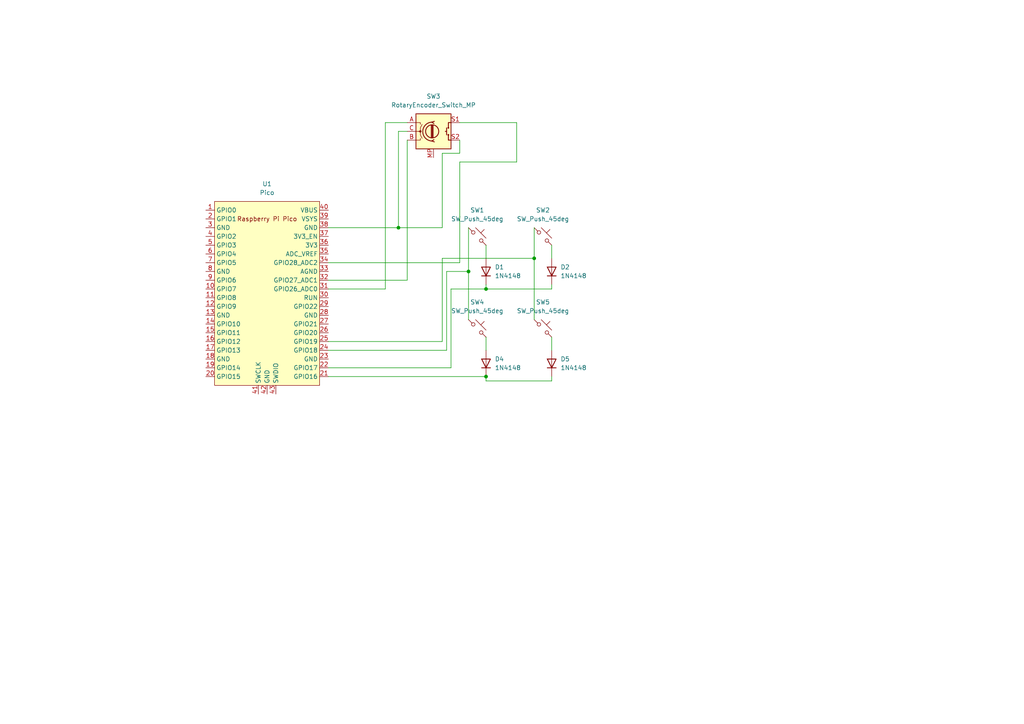
<source format=kicad_sch>
(kicad_sch
	(version 20250114)
	(generator "eeschema")
	(generator_version "9.0")
	(uuid "78ad65a9-c2a2-40f4-92bb-70948787d4cf")
	(paper "A4")
	(lib_symbols
		(symbol "Device:RotaryEncoder_Switch_MP"
			(pin_names
				(offset 0.254)
				(hide yes)
			)
			(exclude_from_sim no)
			(in_bom yes)
			(on_board yes)
			(property "Reference" "SW"
				(at 0 8.89 0)
				(effects
					(font
						(size 1.27 1.27)
					)
				)
			)
			(property "Value" "RotaryEncoder_Switch_MP"
				(at 0 6.35 0)
				(effects
					(font
						(size 1.27 1.27)
					)
				)
			)
			(property "Footprint" ""
				(at -3.81 4.064 0)
				(effects
					(font
						(size 1.27 1.27)
					)
					(hide yes)
				)
			)
			(property "Datasheet" "~"
				(at 0 -12.7 0)
				(effects
					(font
						(size 1.27 1.27)
					)
					(hide yes)
				)
			)
			(property "Description" "Rotary encoder, dual channel, incremental quadrate outputs, with switch and MP Pin"
				(at 0 -15.24 0)
				(effects
					(font
						(size 1.27 1.27)
					)
					(hide yes)
				)
			)
			(property "ki_keywords" "rotary switch encoder switch push button"
				(at 0 0 0)
				(effects
					(font
						(size 1.27 1.27)
					)
					(hide yes)
				)
			)
			(property "ki_fp_filters" "RotaryEncoder*Switch*"
				(at 0 0 0)
				(effects
					(font
						(size 1.27 1.27)
					)
					(hide yes)
				)
			)
			(symbol "RotaryEncoder_Switch_MP_0_1"
				(rectangle
					(start -5.08 5.08)
					(end 5.08 -5.08)
					(stroke
						(width 0.254)
						(type default)
					)
					(fill
						(type background)
					)
				)
				(polyline
					(pts
						(xy -5.08 2.54) (xy -3.81 2.54) (xy -3.81 2.032)
					)
					(stroke
						(width 0)
						(type default)
					)
					(fill
						(type none)
					)
				)
				(polyline
					(pts
						(xy -5.08 0) (xy -3.81 0) (xy -3.81 -1.016) (xy -3.302 -2.032)
					)
					(stroke
						(width 0)
						(type default)
					)
					(fill
						(type none)
					)
				)
				(polyline
					(pts
						(xy -5.08 -2.54) (xy -3.81 -2.54) (xy -3.81 -2.032)
					)
					(stroke
						(width 0)
						(type default)
					)
					(fill
						(type none)
					)
				)
				(polyline
					(pts
						(xy -4.318 0) (xy -3.81 0) (xy -3.81 1.016) (xy -3.302 2.032)
					)
					(stroke
						(width 0)
						(type default)
					)
					(fill
						(type none)
					)
				)
				(circle
					(center -3.81 0)
					(radius 0.254)
					(stroke
						(width 0)
						(type default)
					)
					(fill
						(type outline)
					)
				)
				(polyline
					(pts
						(xy -0.635 -1.778) (xy -0.635 1.778)
					)
					(stroke
						(width 0.254)
						(type default)
					)
					(fill
						(type none)
					)
				)
				(circle
					(center -0.381 0)
					(radius 1.905)
					(stroke
						(width 0.254)
						(type default)
					)
					(fill
						(type none)
					)
				)
				(polyline
					(pts
						(xy -0.381 -1.778) (xy -0.381 1.778)
					)
					(stroke
						(width 0.254)
						(type default)
					)
					(fill
						(type none)
					)
				)
				(arc
					(start -0.381 -2.794)
					(mid -3.0988 -0.0635)
					(end -0.381 2.667)
					(stroke
						(width 0.254)
						(type default)
					)
					(fill
						(type none)
					)
				)
				(polyline
					(pts
						(xy -0.127 1.778) (xy -0.127 -1.778)
					)
					(stroke
						(width 0.254)
						(type default)
					)
					(fill
						(type none)
					)
				)
				(polyline
					(pts
						(xy 0.254 2.921) (xy -0.508 2.667) (xy 0.127 2.286)
					)
					(stroke
						(width 0.254)
						(type default)
					)
					(fill
						(type none)
					)
				)
				(polyline
					(pts
						(xy 0.254 -3.048) (xy -0.508 -2.794) (xy 0.127 -2.413)
					)
					(stroke
						(width 0.254)
						(type default)
					)
					(fill
						(type none)
					)
				)
				(polyline
					(pts
						(xy 3.81 1.016) (xy 3.81 -1.016)
					)
					(stroke
						(width 0.254)
						(type default)
					)
					(fill
						(type none)
					)
				)
				(polyline
					(pts
						(xy 3.81 0) (xy 3.429 0)
					)
					(stroke
						(width 0.254)
						(type default)
					)
					(fill
						(type none)
					)
				)
				(circle
					(center 4.318 1.016)
					(radius 0.127)
					(stroke
						(width 0.254)
						(type default)
					)
					(fill
						(type none)
					)
				)
				(circle
					(center 4.318 -1.016)
					(radius 0.127)
					(stroke
						(width 0.254)
						(type default)
					)
					(fill
						(type none)
					)
				)
				(polyline
					(pts
						(xy 5.08 2.54) (xy 4.318 2.54) (xy 4.318 1.016)
					)
					(stroke
						(width 0.254)
						(type default)
					)
					(fill
						(type none)
					)
				)
				(polyline
					(pts
						(xy 5.08 -2.54) (xy 4.318 -2.54) (xy 4.318 -1.016)
					)
					(stroke
						(width 0.254)
						(type default)
					)
					(fill
						(type none)
					)
				)
			)
			(symbol "RotaryEncoder_Switch_MP_1_1"
				(pin passive line
					(at -7.62 2.54 0)
					(length 2.54)
					(name "A"
						(effects
							(font
								(size 1.27 1.27)
							)
						)
					)
					(number "A"
						(effects
							(font
								(size 1.27 1.27)
							)
						)
					)
				)
				(pin passive line
					(at -7.62 0 0)
					(length 2.54)
					(name "C"
						(effects
							(font
								(size 1.27 1.27)
							)
						)
					)
					(number "C"
						(effects
							(font
								(size 1.27 1.27)
							)
						)
					)
				)
				(pin passive line
					(at -7.62 -2.54 0)
					(length 2.54)
					(name "B"
						(effects
							(font
								(size 1.27 1.27)
							)
						)
					)
					(number "B"
						(effects
							(font
								(size 1.27 1.27)
							)
						)
					)
				)
				(pin passive line
					(at 0 -7.62 90)
					(length 2.54)
					(name "MP"
						(effects
							(font
								(size 1.27 1.27)
							)
						)
					)
					(number "MP"
						(effects
							(font
								(size 1.27 1.27)
							)
						)
					)
				)
				(pin passive line
					(at 7.62 2.54 180)
					(length 2.54)
					(name "S1"
						(effects
							(font
								(size 1.27 1.27)
							)
						)
					)
					(number "S1"
						(effects
							(font
								(size 1.27 1.27)
							)
						)
					)
				)
				(pin passive line
					(at 7.62 -2.54 180)
					(length 2.54)
					(name "S2"
						(effects
							(font
								(size 1.27 1.27)
							)
						)
					)
					(number "S2"
						(effects
							(font
								(size 1.27 1.27)
							)
						)
					)
				)
			)
			(embedded_fonts no)
		)
		(symbol "Diode:1N4148"
			(pin_numbers
				(hide yes)
			)
			(pin_names
				(hide yes)
			)
			(exclude_from_sim no)
			(in_bom yes)
			(on_board yes)
			(property "Reference" "D"
				(at 0 2.54 0)
				(effects
					(font
						(size 1.27 1.27)
					)
				)
			)
			(property "Value" "1N4148"
				(at 0 -2.54 0)
				(effects
					(font
						(size 1.27 1.27)
					)
				)
			)
			(property "Footprint" "Diode_THT:D_DO-35_SOD27_P7.62mm_Horizontal"
				(at 0 0 0)
				(effects
					(font
						(size 1.27 1.27)
					)
					(hide yes)
				)
			)
			(property "Datasheet" "https://assets.nexperia.com/documents/data-sheet/1N4148_1N4448.pdf"
				(at 0 0 0)
				(effects
					(font
						(size 1.27 1.27)
					)
					(hide yes)
				)
			)
			(property "Description" "100V 0.15A standard switching diode, DO-35"
				(at 0 0 0)
				(effects
					(font
						(size 1.27 1.27)
					)
					(hide yes)
				)
			)
			(property "Sim.Device" "D"
				(at 0 0 0)
				(effects
					(font
						(size 1.27 1.27)
					)
					(hide yes)
				)
			)
			(property "Sim.Pins" "1=K 2=A"
				(at 0 0 0)
				(effects
					(font
						(size 1.27 1.27)
					)
					(hide yes)
				)
			)
			(property "ki_keywords" "diode"
				(at 0 0 0)
				(effects
					(font
						(size 1.27 1.27)
					)
					(hide yes)
				)
			)
			(property "ki_fp_filters" "D*DO?35*"
				(at 0 0 0)
				(effects
					(font
						(size 1.27 1.27)
					)
					(hide yes)
				)
			)
			(symbol "1N4148_0_1"
				(polyline
					(pts
						(xy -1.27 1.27) (xy -1.27 -1.27)
					)
					(stroke
						(width 0.254)
						(type default)
					)
					(fill
						(type none)
					)
				)
				(polyline
					(pts
						(xy 1.27 1.27) (xy 1.27 -1.27) (xy -1.27 0) (xy 1.27 1.27)
					)
					(stroke
						(width 0.254)
						(type default)
					)
					(fill
						(type none)
					)
				)
				(polyline
					(pts
						(xy 1.27 0) (xy -1.27 0)
					)
					(stroke
						(width 0)
						(type default)
					)
					(fill
						(type none)
					)
				)
			)
			(symbol "1N4148_1_1"
				(pin passive line
					(at -3.81 0 0)
					(length 2.54)
					(name "K"
						(effects
							(font
								(size 1.27 1.27)
							)
						)
					)
					(number "1"
						(effects
							(font
								(size 1.27 1.27)
							)
						)
					)
				)
				(pin passive line
					(at 3.81 0 180)
					(length 2.54)
					(name "A"
						(effects
							(font
								(size 1.27 1.27)
							)
						)
					)
					(number "2"
						(effects
							(font
								(size 1.27 1.27)
							)
						)
					)
				)
			)
			(embedded_fonts no)
		)
		(symbol "MCU_RaspberryPi_and_Boards:Pico"
			(exclude_from_sim no)
			(in_bom yes)
			(on_board yes)
			(property "Reference" "U"
				(at -13.97 27.94 0)
				(effects
					(font
						(size 1.27 1.27)
					)
				)
			)
			(property "Value" "Pico"
				(at 0 19.05 0)
				(effects
					(font
						(size 1.27 1.27)
					)
				)
			)
			(property "Footprint" "RPi_Pico:RPi_Pico_SMD_TH"
				(at 0 0 90)
				(effects
					(font
						(size 1.27 1.27)
					)
					(hide yes)
				)
			)
			(property "Datasheet" ""
				(at 0 0 0)
				(effects
					(font
						(size 1.27 1.27)
					)
					(hide yes)
				)
			)
			(property "Description" ""
				(at 0 0 0)
				(effects
					(font
						(size 1.27 1.27)
					)
					(hide yes)
				)
			)
			(symbol "Pico_0_0"
				(text "Raspberry Pi Pico"
					(at 0 21.59 0)
					(effects
						(font
							(size 1.27 1.27)
						)
					)
				)
			)
			(symbol "Pico_0_1"
				(rectangle
					(start -15.24 26.67)
					(end 15.24 -26.67)
					(stroke
						(width 0)
						(type default)
					)
					(fill
						(type background)
					)
				)
			)
			(symbol "Pico_1_1"
				(pin bidirectional line
					(at -17.78 24.13 0)
					(length 2.54)
					(name "GPIO0"
						(effects
							(font
								(size 1.27 1.27)
							)
						)
					)
					(number "1"
						(effects
							(font
								(size 1.27 1.27)
							)
						)
					)
				)
				(pin bidirectional line
					(at -17.78 21.59 0)
					(length 2.54)
					(name "GPIO1"
						(effects
							(font
								(size 1.27 1.27)
							)
						)
					)
					(number "2"
						(effects
							(font
								(size 1.27 1.27)
							)
						)
					)
				)
				(pin power_in line
					(at -17.78 19.05 0)
					(length 2.54)
					(name "GND"
						(effects
							(font
								(size 1.27 1.27)
							)
						)
					)
					(number "3"
						(effects
							(font
								(size 1.27 1.27)
							)
						)
					)
				)
				(pin bidirectional line
					(at -17.78 16.51 0)
					(length 2.54)
					(name "GPIO2"
						(effects
							(font
								(size 1.27 1.27)
							)
						)
					)
					(number "4"
						(effects
							(font
								(size 1.27 1.27)
							)
						)
					)
				)
				(pin bidirectional line
					(at -17.78 13.97 0)
					(length 2.54)
					(name "GPIO3"
						(effects
							(font
								(size 1.27 1.27)
							)
						)
					)
					(number "5"
						(effects
							(font
								(size 1.27 1.27)
							)
						)
					)
				)
				(pin bidirectional line
					(at -17.78 11.43 0)
					(length 2.54)
					(name "GPIO4"
						(effects
							(font
								(size 1.27 1.27)
							)
						)
					)
					(number "6"
						(effects
							(font
								(size 1.27 1.27)
							)
						)
					)
				)
				(pin bidirectional line
					(at -17.78 8.89 0)
					(length 2.54)
					(name "GPIO5"
						(effects
							(font
								(size 1.27 1.27)
							)
						)
					)
					(number "7"
						(effects
							(font
								(size 1.27 1.27)
							)
						)
					)
				)
				(pin power_in line
					(at -17.78 6.35 0)
					(length 2.54)
					(name "GND"
						(effects
							(font
								(size 1.27 1.27)
							)
						)
					)
					(number "8"
						(effects
							(font
								(size 1.27 1.27)
							)
						)
					)
				)
				(pin bidirectional line
					(at -17.78 3.81 0)
					(length 2.54)
					(name "GPIO6"
						(effects
							(font
								(size 1.27 1.27)
							)
						)
					)
					(number "9"
						(effects
							(font
								(size 1.27 1.27)
							)
						)
					)
				)
				(pin bidirectional line
					(at -17.78 1.27 0)
					(length 2.54)
					(name "GPIO7"
						(effects
							(font
								(size 1.27 1.27)
							)
						)
					)
					(number "10"
						(effects
							(font
								(size 1.27 1.27)
							)
						)
					)
				)
				(pin bidirectional line
					(at -17.78 -1.27 0)
					(length 2.54)
					(name "GPIO8"
						(effects
							(font
								(size 1.27 1.27)
							)
						)
					)
					(number "11"
						(effects
							(font
								(size 1.27 1.27)
							)
						)
					)
				)
				(pin bidirectional line
					(at -17.78 -3.81 0)
					(length 2.54)
					(name "GPIO9"
						(effects
							(font
								(size 1.27 1.27)
							)
						)
					)
					(number "12"
						(effects
							(font
								(size 1.27 1.27)
							)
						)
					)
				)
				(pin power_in line
					(at -17.78 -6.35 0)
					(length 2.54)
					(name "GND"
						(effects
							(font
								(size 1.27 1.27)
							)
						)
					)
					(number "13"
						(effects
							(font
								(size 1.27 1.27)
							)
						)
					)
				)
				(pin bidirectional line
					(at -17.78 -8.89 0)
					(length 2.54)
					(name "GPIO10"
						(effects
							(font
								(size 1.27 1.27)
							)
						)
					)
					(number "14"
						(effects
							(font
								(size 1.27 1.27)
							)
						)
					)
				)
				(pin bidirectional line
					(at -17.78 -11.43 0)
					(length 2.54)
					(name "GPIO11"
						(effects
							(font
								(size 1.27 1.27)
							)
						)
					)
					(number "15"
						(effects
							(font
								(size 1.27 1.27)
							)
						)
					)
				)
				(pin bidirectional line
					(at -17.78 -13.97 0)
					(length 2.54)
					(name "GPIO12"
						(effects
							(font
								(size 1.27 1.27)
							)
						)
					)
					(number "16"
						(effects
							(font
								(size 1.27 1.27)
							)
						)
					)
				)
				(pin bidirectional line
					(at -17.78 -16.51 0)
					(length 2.54)
					(name "GPIO13"
						(effects
							(font
								(size 1.27 1.27)
							)
						)
					)
					(number "17"
						(effects
							(font
								(size 1.27 1.27)
							)
						)
					)
				)
				(pin power_in line
					(at -17.78 -19.05 0)
					(length 2.54)
					(name "GND"
						(effects
							(font
								(size 1.27 1.27)
							)
						)
					)
					(number "18"
						(effects
							(font
								(size 1.27 1.27)
							)
						)
					)
				)
				(pin bidirectional line
					(at -17.78 -21.59 0)
					(length 2.54)
					(name "GPIO14"
						(effects
							(font
								(size 1.27 1.27)
							)
						)
					)
					(number "19"
						(effects
							(font
								(size 1.27 1.27)
							)
						)
					)
				)
				(pin bidirectional line
					(at -17.78 -24.13 0)
					(length 2.54)
					(name "GPIO15"
						(effects
							(font
								(size 1.27 1.27)
							)
						)
					)
					(number "20"
						(effects
							(font
								(size 1.27 1.27)
							)
						)
					)
				)
				(pin input line
					(at -2.54 -29.21 90)
					(length 2.54)
					(name "SWCLK"
						(effects
							(font
								(size 1.27 1.27)
							)
						)
					)
					(number "41"
						(effects
							(font
								(size 1.27 1.27)
							)
						)
					)
				)
				(pin power_in line
					(at 0 -29.21 90)
					(length 2.54)
					(name "GND"
						(effects
							(font
								(size 1.27 1.27)
							)
						)
					)
					(number "42"
						(effects
							(font
								(size 1.27 1.27)
							)
						)
					)
				)
				(pin bidirectional line
					(at 2.54 -29.21 90)
					(length 2.54)
					(name "SWDIO"
						(effects
							(font
								(size 1.27 1.27)
							)
						)
					)
					(number "43"
						(effects
							(font
								(size 1.27 1.27)
							)
						)
					)
				)
				(pin power_in line
					(at 17.78 24.13 180)
					(length 2.54)
					(name "VBUS"
						(effects
							(font
								(size 1.27 1.27)
							)
						)
					)
					(number "40"
						(effects
							(font
								(size 1.27 1.27)
							)
						)
					)
				)
				(pin power_in line
					(at 17.78 21.59 180)
					(length 2.54)
					(name "VSYS"
						(effects
							(font
								(size 1.27 1.27)
							)
						)
					)
					(number "39"
						(effects
							(font
								(size 1.27 1.27)
							)
						)
					)
				)
				(pin bidirectional line
					(at 17.78 19.05 180)
					(length 2.54)
					(name "GND"
						(effects
							(font
								(size 1.27 1.27)
							)
						)
					)
					(number "38"
						(effects
							(font
								(size 1.27 1.27)
							)
						)
					)
				)
				(pin input line
					(at 17.78 16.51 180)
					(length 2.54)
					(name "3V3_EN"
						(effects
							(font
								(size 1.27 1.27)
							)
						)
					)
					(number "37"
						(effects
							(font
								(size 1.27 1.27)
							)
						)
					)
				)
				(pin power_in line
					(at 17.78 13.97 180)
					(length 2.54)
					(name "3V3"
						(effects
							(font
								(size 1.27 1.27)
							)
						)
					)
					(number "36"
						(effects
							(font
								(size 1.27 1.27)
							)
						)
					)
				)
				(pin power_in line
					(at 17.78 11.43 180)
					(length 2.54)
					(name "ADC_VREF"
						(effects
							(font
								(size 1.27 1.27)
							)
						)
					)
					(number "35"
						(effects
							(font
								(size 1.27 1.27)
							)
						)
					)
				)
				(pin bidirectional line
					(at 17.78 8.89 180)
					(length 2.54)
					(name "GPIO28_ADC2"
						(effects
							(font
								(size 1.27 1.27)
							)
						)
					)
					(number "34"
						(effects
							(font
								(size 1.27 1.27)
							)
						)
					)
				)
				(pin power_in line
					(at 17.78 6.35 180)
					(length 2.54)
					(name "AGND"
						(effects
							(font
								(size 1.27 1.27)
							)
						)
					)
					(number "33"
						(effects
							(font
								(size 1.27 1.27)
							)
						)
					)
				)
				(pin bidirectional line
					(at 17.78 3.81 180)
					(length 2.54)
					(name "GPIO27_ADC1"
						(effects
							(font
								(size 1.27 1.27)
							)
						)
					)
					(number "32"
						(effects
							(font
								(size 1.27 1.27)
							)
						)
					)
				)
				(pin bidirectional line
					(at 17.78 1.27 180)
					(length 2.54)
					(name "GPIO26_ADC0"
						(effects
							(font
								(size 1.27 1.27)
							)
						)
					)
					(number "31"
						(effects
							(font
								(size 1.27 1.27)
							)
						)
					)
				)
				(pin input line
					(at 17.78 -1.27 180)
					(length 2.54)
					(name "RUN"
						(effects
							(font
								(size 1.27 1.27)
							)
						)
					)
					(number "30"
						(effects
							(font
								(size 1.27 1.27)
							)
						)
					)
				)
				(pin bidirectional line
					(at 17.78 -3.81 180)
					(length 2.54)
					(name "GPIO22"
						(effects
							(font
								(size 1.27 1.27)
							)
						)
					)
					(number "29"
						(effects
							(font
								(size 1.27 1.27)
							)
						)
					)
				)
				(pin power_in line
					(at 17.78 -6.35 180)
					(length 2.54)
					(name "GND"
						(effects
							(font
								(size 1.27 1.27)
							)
						)
					)
					(number "28"
						(effects
							(font
								(size 1.27 1.27)
							)
						)
					)
				)
				(pin bidirectional line
					(at 17.78 -8.89 180)
					(length 2.54)
					(name "GPIO21"
						(effects
							(font
								(size 1.27 1.27)
							)
						)
					)
					(number "27"
						(effects
							(font
								(size 1.27 1.27)
							)
						)
					)
				)
				(pin bidirectional line
					(at 17.78 -11.43 180)
					(length 2.54)
					(name "GPIO20"
						(effects
							(font
								(size 1.27 1.27)
							)
						)
					)
					(number "26"
						(effects
							(font
								(size 1.27 1.27)
							)
						)
					)
				)
				(pin bidirectional line
					(at 17.78 -13.97 180)
					(length 2.54)
					(name "GPIO19"
						(effects
							(font
								(size 1.27 1.27)
							)
						)
					)
					(number "25"
						(effects
							(font
								(size 1.27 1.27)
							)
						)
					)
				)
				(pin bidirectional line
					(at 17.78 -16.51 180)
					(length 2.54)
					(name "GPIO18"
						(effects
							(font
								(size 1.27 1.27)
							)
						)
					)
					(number "24"
						(effects
							(font
								(size 1.27 1.27)
							)
						)
					)
				)
				(pin power_in line
					(at 17.78 -19.05 180)
					(length 2.54)
					(name "GND"
						(effects
							(font
								(size 1.27 1.27)
							)
						)
					)
					(number "23"
						(effects
							(font
								(size 1.27 1.27)
							)
						)
					)
				)
				(pin bidirectional line
					(at 17.78 -21.59 180)
					(length 2.54)
					(name "GPIO17"
						(effects
							(font
								(size 1.27 1.27)
							)
						)
					)
					(number "22"
						(effects
							(font
								(size 1.27 1.27)
							)
						)
					)
				)
				(pin bidirectional line
					(at 17.78 -24.13 180)
					(length 2.54)
					(name "GPIO16"
						(effects
							(font
								(size 1.27 1.27)
							)
						)
					)
					(number "21"
						(effects
							(font
								(size 1.27 1.27)
							)
						)
					)
				)
			)
			(embedded_fonts no)
		)
		(symbol "Switch:SW_Push_45deg"
			(pin_numbers
				(hide yes)
			)
			(pin_names
				(offset 1.016)
				(hide yes)
			)
			(exclude_from_sim no)
			(in_bom yes)
			(on_board yes)
			(property "Reference" "SW"
				(at 3.048 1.016 0)
				(effects
					(font
						(size 1.27 1.27)
					)
					(justify left)
				)
			)
			(property "Value" "SW_Push_45deg"
				(at 0 -3.81 0)
				(effects
					(font
						(size 1.27 1.27)
					)
				)
			)
			(property "Footprint" ""
				(at 0 0 0)
				(effects
					(font
						(size 1.27 1.27)
					)
					(hide yes)
				)
			)
			(property "Datasheet" "~"
				(at 0 0 0)
				(effects
					(font
						(size 1.27 1.27)
					)
					(hide yes)
				)
			)
			(property "Description" "Push button switch, normally open, two pins, 45° tilted"
				(at 0 0 0)
				(effects
					(font
						(size 1.27 1.27)
					)
					(hide yes)
				)
			)
			(property "ki_keywords" "switch normally-open pushbutton push-button"
				(at 0 0 0)
				(effects
					(font
						(size 1.27 1.27)
					)
					(hide yes)
				)
			)
			(symbol "SW_Push_45deg_0_1"
				(polyline
					(pts
						(xy -2.54 2.54) (xy -1.524 1.524) (xy -1.524 1.524)
					)
					(stroke
						(width 0)
						(type default)
					)
					(fill
						(type none)
					)
				)
				(circle
					(center -1.1684 1.1684)
					(radius 0.508)
					(stroke
						(width 0)
						(type default)
					)
					(fill
						(type none)
					)
				)
				(polyline
					(pts
						(xy -0.508 2.54) (xy 2.54 -0.508)
					)
					(stroke
						(width 0)
						(type default)
					)
					(fill
						(type none)
					)
				)
				(polyline
					(pts
						(xy 1.016 1.016) (xy 2.032 2.032)
					)
					(stroke
						(width 0)
						(type default)
					)
					(fill
						(type none)
					)
				)
				(circle
					(center 1.143 -1.1938)
					(radius 0.508)
					(stroke
						(width 0)
						(type default)
					)
					(fill
						(type none)
					)
				)
				(polyline
					(pts
						(xy 1.524 -1.524) (xy 2.54 -2.54) (xy 2.54 -2.54) (xy 2.54 -2.54)
					)
					(stroke
						(width 0)
						(type default)
					)
					(fill
						(type none)
					)
				)
				(pin passive line
					(at -2.54 2.54 0)
					(length 0)
					(name "1"
						(effects
							(font
								(size 1.27 1.27)
							)
						)
					)
					(number "1"
						(effects
							(font
								(size 1.27 1.27)
							)
						)
					)
				)
				(pin passive line
					(at 2.54 -2.54 180)
					(length 0)
					(name "2"
						(effects
							(font
								(size 1.27 1.27)
							)
						)
					)
					(number "2"
						(effects
							(font
								(size 1.27 1.27)
							)
						)
					)
				)
			)
			(embedded_fonts no)
		)
	)
	(junction
		(at 154.94 74.93)
		(diameter 0)
		(color 0 0 0 0)
		(uuid "3b3a9e6e-e50e-4d9e-b5d4-2898d0e77707")
	)
	(junction
		(at 140.97 83.82)
		(diameter 0)
		(color 0 0 0 0)
		(uuid "70c998e7-4a07-4655-bc08-1ffb29378ba8")
	)
	(junction
		(at 140.97 109.22)
		(diameter 0)
		(color 0 0 0 0)
		(uuid "97e7e5df-3d8e-4cc0-843f-fce37b8579e5")
	)
	(junction
		(at 135.89 78.74)
		(diameter 0)
		(color 0 0 0 0)
		(uuid "b7ca3e89-2e36-478d-9824-8ebbb7906afa")
	)
	(junction
		(at 115.57 66.04)
		(diameter 0)
		(color 0 0 0 0)
		(uuid "fa4dfdde-8dbd-4736-890e-2a3b9297fdfd")
	)
	(wire
		(pts
			(xy 160.02 97.79) (xy 160.02 101.6)
		)
		(stroke
			(width 0)
			(type default)
		)
		(uuid "0e5f11d0-11d6-4ba1-bbd2-b68f14d12b02")
	)
	(wire
		(pts
			(xy 149.86 35.56) (xy 133.35 35.56)
		)
		(stroke
			(width 0)
			(type default)
		)
		(uuid "11d1e780-f4d7-4ecd-94ac-8e0a17c7aef6")
	)
	(wire
		(pts
			(xy 128.27 74.93) (xy 154.94 74.93)
		)
		(stroke
			(width 0)
			(type default)
		)
		(uuid "11d2d356-589d-45ce-a44b-331b64a60456")
	)
	(wire
		(pts
			(xy 140.97 83.82) (xy 130.81 83.82)
		)
		(stroke
			(width 0)
			(type default)
		)
		(uuid "23097f86-1aff-41ce-a01d-db42522ad9f4")
	)
	(wire
		(pts
			(xy 160.02 82.55) (xy 160.02 83.82)
		)
		(stroke
			(width 0)
			(type default)
		)
		(uuid "2575c6f5-4863-43bd-9708-feeff6de1f65")
	)
	(wire
		(pts
			(xy 129.54 78.74) (xy 135.89 78.74)
		)
		(stroke
			(width 0)
			(type default)
		)
		(uuid "2e109d00-0b9d-43af-8e11-4ae8c5c6945c")
	)
	(wire
		(pts
			(xy 154.94 74.93) (xy 154.94 92.71)
		)
		(stroke
			(width 0)
			(type default)
		)
		(uuid "326c792f-05fa-4c11-b3ee-966da461100a")
	)
	(wire
		(pts
			(xy 128.27 74.93) (xy 128.27 99.06)
		)
		(stroke
			(width 0)
			(type default)
		)
		(uuid "37f1c135-ef85-45ec-b05f-c16e946d8acf")
	)
	(wire
		(pts
			(xy 154.94 66.04) (xy 154.94 74.93)
		)
		(stroke
			(width 0)
			(type default)
		)
		(uuid "3ef480a0-5e3b-4782-ad6b-0dc3f0adb4ab")
	)
	(wire
		(pts
			(xy 115.57 66.04) (xy 128.27 66.04)
		)
		(stroke
			(width 0)
			(type default)
		)
		(uuid "41096e01-50f0-4f25-bc51-f28158b741c6")
	)
	(wire
		(pts
			(xy 118.11 40.64) (xy 118.11 81.28)
		)
		(stroke
			(width 0)
			(type default)
		)
		(uuid "45e2f76f-b1ee-4631-bfc8-e2f2faf74675")
	)
	(wire
		(pts
			(xy 118.11 35.56) (xy 111.76 35.56)
		)
		(stroke
			(width 0)
			(type default)
		)
		(uuid "4a8d0b76-6bbf-46a0-8ee1-64fd6613ba13")
	)
	(wire
		(pts
			(xy 115.57 38.1) (xy 115.57 66.04)
		)
		(stroke
			(width 0)
			(type default)
		)
		(uuid "4d27cb68-b876-4d72-bc9f-7c2a135b6058")
	)
	(wire
		(pts
			(xy 95.25 109.22) (xy 140.97 109.22)
		)
		(stroke
			(width 0)
			(type default)
		)
		(uuid "5d91e566-7af6-4463-88d1-c6a2e4120ff3")
	)
	(wire
		(pts
			(xy 95.25 106.68) (xy 130.81 106.68)
		)
		(stroke
			(width 0)
			(type default)
		)
		(uuid "5ecf1ef9-4987-4484-9b0b-6bbe9bf6a431")
	)
	(wire
		(pts
			(xy 135.89 66.04) (xy 135.89 78.74)
		)
		(stroke
			(width 0)
			(type default)
		)
		(uuid "60a75b3b-9ea9-44a3-9005-5b0fe2701ead")
	)
	(wire
		(pts
			(xy 140.97 71.12) (xy 140.97 74.93)
		)
		(stroke
			(width 0)
			(type default)
		)
		(uuid "622b7a19-2e77-4943-81db-35396735d3ba")
	)
	(wire
		(pts
			(xy 95.25 101.6) (xy 129.54 101.6)
		)
		(stroke
			(width 0)
			(type default)
		)
		(uuid "693662ed-46b3-409c-a462-95fc51134b37")
	)
	(wire
		(pts
			(xy 149.86 46.99) (xy 149.86 35.56)
		)
		(stroke
			(width 0)
			(type default)
		)
		(uuid "6e1a2801-a9b7-45a3-8a7b-beec4ff671a9")
	)
	(wire
		(pts
			(xy 118.11 81.28) (xy 95.25 81.28)
		)
		(stroke
			(width 0)
			(type default)
		)
		(uuid "762cba22-f578-4878-8600-aadf19a20dde")
	)
	(wire
		(pts
			(xy 135.89 78.74) (xy 135.89 92.71)
		)
		(stroke
			(width 0)
			(type default)
		)
		(uuid "765ad577-fc0e-4119-b30e-67f0c5c9730e")
	)
	(wire
		(pts
			(xy 115.57 66.04) (xy 95.25 66.04)
		)
		(stroke
			(width 0)
			(type default)
		)
		(uuid "8ef497de-76c0-4e76-8ade-ff6127e9cd07")
	)
	(wire
		(pts
			(xy 160.02 71.12) (xy 160.02 74.93)
		)
		(stroke
			(width 0)
			(type default)
		)
		(uuid "9c54e8a7-8b48-4510-aeb9-fde7e8df1526")
	)
	(wire
		(pts
			(xy 160.02 83.82) (xy 140.97 83.82)
		)
		(stroke
			(width 0)
			(type default)
		)
		(uuid "a13286c1-eb82-40d8-ae9b-c17ce6ce8bdf")
	)
	(wire
		(pts
			(xy 133.35 46.99) (xy 149.86 46.99)
		)
		(stroke
			(width 0)
			(type default)
		)
		(uuid "a2348985-62fd-44f9-a815-aaaaa2b37e2f")
	)
	(wire
		(pts
			(xy 133.35 46.99) (xy 133.35 76.2)
		)
		(stroke
			(width 0)
			(type default)
		)
		(uuid "a94d6776-eff8-4bba-842d-02d9eedc98be")
	)
	(wire
		(pts
			(xy 160.02 109.22) (xy 160.02 110.49)
		)
		(stroke
			(width 0)
			(type default)
		)
		(uuid "b222a03e-f7e0-4ec8-a39d-836acc5b1ee9")
	)
	(wire
		(pts
			(xy 111.76 83.82) (xy 95.25 83.82)
		)
		(stroke
			(width 0)
			(type default)
		)
		(uuid "b2bf16bc-44e6-4118-884f-c3b610e08d77")
	)
	(wire
		(pts
			(xy 133.35 40.64) (xy 133.35 44.45)
		)
		(stroke
			(width 0)
			(type default)
		)
		(uuid "c55c4c59-6bfc-43a6-b799-ba4dec463e38")
	)
	(wire
		(pts
			(xy 111.76 35.56) (xy 111.76 83.82)
		)
		(stroke
			(width 0)
			(type default)
		)
		(uuid "c69f745b-c963-4896-a79b-290ea205b5ed")
	)
	(wire
		(pts
			(xy 140.97 83.82) (xy 140.97 82.55)
		)
		(stroke
			(width 0)
			(type default)
		)
		(uuid "cd84a0ea-c6fc-4aaa-8dd7-53d59dab95cd")
	)
	(wire
		(pts
			(xy 129.54 101.6) (xy 129.54 78.74)
		)
		(stroke
			(width 0)
			(type default)
		)
		(uuid "d9c92aea-7d88-421f-9be2-c0121a4c36f9")
	)
	(wire
		(pts
			(xy 140.97 109.22) (xy 140.97 110.49)
		)
		(stroke
			(width 0)
			(type default)
		)
		(uuid "da54c6e9-6913-4aa2-ab94-2ae4a37455f1")
	)
	(wire
		(pts
			(xy 128.27 44.45) (xy 128.27 66.04)
		)
		(stroke
			(width 0)
			(type default)
		)
		(uuid "dc81ae26-83d3-4c60-b3fe-e0625c40344d")
	)
	(wire
		(pts
			(xy 133.35 44.45) (xy 128.27 44.45)
		)
		(stroke
			(width 0)
			(type default)
		)
		(uuid "ea8063f0-1e9f-4704-98f9-5368ef388975")
	)
	(wire
		(pts
			(xy 140.97 110.49) (xy 160.02 110.49)
		)
		(stroke
			(width 0)
			(type default)
		)
		(uuid "ebc04b8a-9121-4448-b063-5f1b2ecc0ad8")
	)
	(wire
		(pts
			(xy 95.25 99.06) (xy 128.27 99.06)
		)
		(stroke
			(width 0)
			(type default)
		)
		(uuid "ed512268-38f8-4350-a1af-8ba21ecc6a2d")
	)
	(wire
		(pts
			(xy 133.35 76.2) (xy 95.25 76.2)
		)
		(stroke
			(width 0)
			(type default)
		)
		(uuid "f20ff773-0eac-423c-b142-e236a29a41eb")
	)
	(wire
		(pts
			(xy 130.81 83.82) (xy 130.81 106.68)
		)
		(stroke
			(width 0)
			(type default)
		)
		(uuid "f8db933c-134e-498c-b35a-b510b3a4469c")
	)
	(wire
		(pts
			(xy 118.11 38.1) (xy 115.57 38.1)
		)
		(stroke
			(width 0)
			(type default)
		)
		(uuid "fc143e86-e17e-4292-8770-7264712fd7ce")
	)
	(wire
		(pts
			(xy 140.97 97.79) (xy 140.97 101.6)
		)
		(stroke
			(width 0)
			(type default)
		)
		(uuid "fefd2f6b-996c-47a8-9a6f-4a890aaa750f")
	)
	(symbol
		(lib_id "Switch:SW_Push_45deg")
		(at 157.48 95.25 0)
		(unit 1)
		(exclude_from_sim no)
		(in_bom yes)
		(on_board yes)
		(dnp no)
		(fields_autoplaced yes)
		(uuid "18e078a0-8e2b-4601-9f7e-d9b729acb925")
		(property "Reference" "SW5"
			(at 157.48 87.63 0)
			(effects
				(font
					(size 1.27 1.27)
				)
			)
		)
		(property "Value" "SW_Push_45deg"
			(at 157.48 90.17 0)
			(effects
				(font
					(size 1.27 1.27)
				)
			)
		)
		(property "Footprint" "Switch_Keyboard_Cherry_MX:SW_Cherry_MX_Plate_1.00u"
			(at 157.48 95.25 0)
			(effects
				(font
					(size 1.27 1.27)
				)
				(hide yes)
			)
		)
		(property "Datasheet" "~"
			(at 157.48 95.25 0)
			(effects
				(font
					(size 1.27 1.27)
				)
				(hide yes)
			)
		)
		(property "Description" "Push button switch, normally open, two pins, 45° tilted"
			(at 157.48 95.25 0)
			(effects
				(font
					(size 1.27 1.27)
				)
				(hide yes)
			)
		)
		(pin "1"
			(uuid "0c983e63-7cfc-40c4-975d-c77ee18c0291")
		)
		(pin "2"
			(uuid "303ae535-9a3c-4f45-bc4e-8048d2d26e47")
		)
		(instances
			(project "test-stef"
				(path "/78ad65a9-c2a2-40f4-92bb-70948787d4cf"
					(reference "SW5")
					(unit 1)
				)
			)
		)
	)
	(symbol
		(lib_id "Diode:1N4148")
		(at 140.97 105.41 90)
		(unit 1)
		(exclude_from_sim no)
		(in_bom yes)
		(on_board yes)
		(dnp no)
		(fields_autoplaced yes)
		(uuid "3cfdd7f2-2a8d-4abb-97ab-74e99c937548")
		(property "Reference" "D4"
			(at 143.51 104.1399 90)
			(effects
				(font
					(size 1.27 1.27)
				)
				(justify right)
			)
		)
		(property "Value" "1N4148"
			(at 143.51 106.6799 90)
			(effects
				(font
					(size 1.27 1.27)
				)
				(justify right)
			)
		)
		(property "Footprint" "Diode_THT:D_DO-35_SOD27_P7.62mm_Horizontal"
			(at 140.97 105.41 0)
			(effects
				(font
					(size 1.27 1.27)
				)
				(hide yes)
			)
		)
		(property "Datasheet" "https://assets.nexperia.com/documents/data-sheet/1N4148_1N4448.pdf"
			(at 140.97 105.41 0)
			(effects
				(font
					(size 1.27 1.27)
				)
				(hide yes)
			)
		)
		(property "Description" "100V 0.15A standard switching diode, DO-35"
			(at 140.97 105.41 0)
			(effects
				(font
					(size 1.27 1.27)
				)
				(hide yes)
			)
		)
		(property "Sim.Device" "D"
			(at 140.97 105.41 0)
			(effects
				(font
					(size 1.27 1.27)
				)
				(hide yes)
			)
		)
		(property "Sim.Pins" "1=K 2=A"
			(at 140.97 105.41 0)
			(effects
				(font
					(size 1.27 1.27)
				)
				(hide yes)
			)
		)
		(pin "1"
			(uuid "900d55ec-bca5-4e9a-b43d-e44ddd6679d7")
		)
		(pin "2"
			(uuid "17c6293a-814b-4634-bd0a-cca12165fa92")
		)
		(instances
			(project "test-stef"
				(path "/78ad65a9-c2a2-40f4-92bb-70948787d4cf"
					(reference "D4")
					(unit 1)
				)
			)
		)
	)
	(symbol
		(lib_id "Diode:1N4148")
		(at 140.97 78.74 90)
		(unit 1)
		(exclude_from_sim no)
		(in_bom yes)
		(on_board yes)
		(dnp no)
		(fields_autoplaced yes)
		(uuid "41f5810b-de8c-4464-ad58-aeb54e52f3cc")
		(property "Reference" "D1"
			(at 143.51 77.4699 90)
			(effects
				(font
					(size 1.27 1.27)
				)
				(justify right)
			)
		)
		(property "Value" "1N4148"
			(at 143.51 80.0099 90)
			(effects
				(font
					(size 1.27 1.27)
				)
				(justify right)
			)
		)
		(property "Footprint" "Diode_THT:D_DO-35_SOD27_P7.62mm_Horizontal"
			(at 140.97 78.74 0)
			(effects
				(font
					(size 1.27 1.27)
				)
				(hide yes)
			)
		)
		(property "Datasheet" "https://assets.nexperia.com/documents/data-sheet/1N4148_1N4448.pdf"
			(at 140.97 78.74 0)
			(effects
				(font
					(size 1.27 1.27)
				)
				(hide yes)
			)
		)
		(property "Description" "100V 0.15A standard switching diode, DO-35"
			(at 140.97 78.74 0)
			(effects
				(font
					(size 1.27 1.27)
				)
				(hide yes)
			)
		)
		(property "Sim.Device" "D"
			(at 140.97 78.74 0)
			(effects
				(font
					(size 1.27 1.27)
				)
				(hide yes)
			)
		)
		(property "Sim.Pins" "1=K 2=A"
			(at 140.97 78.74 0)
			(effects
				(font
					(size 1.27 1.27)
				)
				(hide yes)
			)
		)
		(pin "1"
			(uuid "2ee10794-8802-4fea-9c2a-5da4fec8a9bf")
		)
		(pin "2"
			(uuid "1a202147-35cf-416e-8b5e-c73cf96abb2e")
		)
		(instances
			(project ""
				(path "/78ad65a9-c2a2-40f4-92bb-70948787d4cf"
					(reference "D1")
					(unit 1)
				)
			)
		)
	)
	(symbol
		(lib_id "Switch:SW_Push_45deg")
		(at 138.43 95.25 0)
		(unit 1)
		(exclude_from_sim no)
		(in_bom yes)
		(on_board yes)
		(dnp no)
		(fields_autoplaced yes)
		(uuid "5cdd8286-2ef5-47b7-9483-9cd879965458")
		(property "Reference" "SW4"
			(at 138.43 87.63 0)
			(effects
				(font
					(size 1.27 1.27)
				)
			)
		)
		(property "Value" "SW_Push_45deg"
			(at 138.43 90.17 0)
			(effects
				(font
					(size 1.27 1.27)
				)
			)
		)
		(property "Footprint" "Switch_Keyboard_Cherry_MX:SW_Cherry_MX_Plate_1.00u"
			(at 138.43 95.25 0)
			(effects
				(font
					(size 1.27 1.27)
				)
				(hide yes)
			)
		)
		(property "Datasheet" "~"
			(at 138.43 95.25 0)
			(effects
				(font
					(size 1.27 1.27)
				)
				(hide yes)
			)
		)
		(property "Description" "Push button switch, normally open, two pins, 45° tilted"
			(at 138.43 95.25 0)
			(effects
				(font
					(size 1.27 1.27)
				)
				(hide yes)
			)
		)
		(pin "1"
			(uuid "d1ca66be-bd0f-4443-af95-7cffe9b2892a")
		)
		(pin "2"
			(uuid "b22c0fd5-6df9-44b2-bde0-18faf20ca00f")
		)
		(instances
			(project "test-stef"
				(path "/78ad65a9-c2a2-40f4-92bb-70948787d4cf"
					(reference "SW4")
					(unit 1)
				)
			)
		)
	)
	(symbol
		(lib_id "Diode:1N4148")
		(at 160.02 78.74 90)
		(unit 1)
		(exclude_from_sim no)
		(in_bom yes)
		(on_board yes)
		(dnp no)
		(fields_autoplaced yes)
		(uuid "96ba4a38-02bb-43c2-9ddf-56141ea4ec62")
		(property "Reference" "D2"
			(at 162.56 77.4699 90)
			(effects
				(font
					(size 1.27 1.27)
				)
				(justify right)
			)
		)
		(property "Value" "1N4148"
			(at 162.56 80.0099 90)
			(effects
				(font
					(size 1.27 1.27)
				)
				(justify right)
			)
		)
		(property "Footprint" "Diode_THT:D_DO-35_SOD27_P7.62mm_Horizontal"
			(at 160.02 78.74 0)
			(effects
				(font
					(size 1.27 1.27)
				)
				(hide yes)
			)
		)
		(property "Datasheet" "https://assets.nexperia.com/documents/data-sheet/1N4148_1N4448.pdf"
			(at 160.02 78.74 0)
			(effects
				(font
					(size 1.27 1.27)
				)
				(hide yes)
			)
		)
		(property "Description" "100V 0.15A standard switching diode, DO-35"
			(at 160.02 78.74 0)
			(effects
				(font
					(size 1.27 1.27)
				)
				(hide yes)
			)
		)
		(property "Sim.Device" "D"
			(at 160.02 78.74 0)
			(effects
				(font
					(size 1.27 1.27)
				)
				(hide yes)
			)
		)
		(property "Sim.Pins" "1=K 2=A"
			(at 160.02 78.74 0)
			(effects
				(font
					(size 1.27 1.27)
				)
				(hide yes)
			)
		)
		(pin "1"
			(uuid "17fc7642-3ae3-49b4-bb25-f312778ac09f")
		)
		(pin "2"
			(uuid "cb0542b7-645a-4e98-b881-32d02f75fec3")
		)
		(instances
			(project "test-stef"
				(path "/78ad65a9-c2a2-40f4-92bb-70948787d4cf"
					(reference "D2")
					(unit 1)
				)
			)
		)
	)
	(symbol
		(lib_id "Device:RotaryEncoder_Switch_MP")
		(at 125.73 38.1 0)
		(unit 1)
		(exclude_from_sim no)
		(in_bom yes)
		(on_board yes)
		(dnp no)
		(fields_autoplaced yes)
		(uuid "c5aca06d-bdff-432a-99bd-a2e46481dcd0")
		(property "Reference" "SW3"
			(at 125.73 27.94 0)
			(effects
				(font
					(size 1.27 1.27)
				)
			)
		)
		(property "Value" "RotaryEncoder_Switch_MP"
			(at 125.73 30.48 0)
			(effects
				(font
					(size 1.27 1.27)
				)
			)
		)
		(property "Footprint" "Rotary_Encoder:RotaryEncoder_Alps_EC11E-Switch_Vertical_H20mm"
			(at 121.92 34.036 0)
			(effects
				(font
					(size 1.27 1.27)
				)
				(hide yes)
			)
		)
		(property "Datasheet" "~"
			(at 125.73 50.8 0)
			(effects
				(font
					(size 1.27 1.27)
				)
				(hide yes)
			)
		)
		(property "Description" "Rotary encoder, dual channel, incremental quadrate outputs, with switch and MP Pin"
			(at 125.73 53.34 0)
			(effects
				(font
					(size 1.27 1.27)
				)
				(hide yes)
			)
		)
		(pin "B"
			(uuid "fb361959-d17b-4181-9aa4-b66e07b1ca29")
		)
		(pin "S2"
			(uuid "326aa1c2-f20e-46b6-9e4a-12b944487de3")
		)
		(pin "MP"
			(uuid "142f7dc6-657c-47f7-ae46-173493de0fa0")
		)
		(pin "A"
			(uuid "52d26d23-0729-4fa8-a834-cc3fbd8227cf")
		)
		(pin "C"
			(uuid "1a720bab-3abb-4dee-86de-27b2628e20cf")
		)
		(pin "S1"
			(uuid "a937279b-8fda-4625-8e24-4bdd04459c30")
		)
		(instances
			(project ""
				(path "/78ad65a9-c2a2-40f4-92bb-70948787d4cf"
					(reference "SW3")
					(unit 1)
				)
			)
		)
	)
	(symbol
		(lib_id "Switch:SW_Push_45deg")
		(at 138.43 68.58 0)
		(unit 1)
		(exclude_from_sim no)
		(in_bom yes)
		(on_board yes)
		(dnp no)
		(fields_autoplaced yes)
		(uuid "eb9b4c97-446f-446d-8398-9827e234221f")
		(property "Reference" "SW1"
			(at 138.43 60.96 0)
			(effects
				(font
					(size 1.27 1.27)
				)
			)
		)
		(property "Value" "SW_Push_45deg"
			(at 138.43 63.5 0)
			(effects
				(font
					(size 1.27 1.27)
				)
			)
		)
		(property "Footprint" "Switch_Keyboard_Cherry_MX:SW_Cherry_MX_Plate_1.00u"
			(at 138.43 68.58 0)
			(effects
				(font
					(size 1.27 1.27)
				)
				(hide yes)
			)
		)
		(property "Datasheet" "~"
			(at 138.43 68.58 0)
			(effects
				(font
					(size 1.27 1.27)
				)
				(hide yes)
			)
		)
		(property "Description" "Push button switch, normally open, two pins, 45° tilted"
			(at 138.43 68.58 0)
			(effects
				(font
					(size 1.27 1.27)
				)
				(hide yes)
			)
		)
		(pin "1"
			(uuid "0b6195b7-7e18-4d7e-a485-edf59bba1b08")
		)
		(pin "2"
			(uuid "93f8bca9-154a-433d-8a78-50572b1514a3")
		)
		(instances
			(project ""
				(path "/78ad65a9-c2a2-40f4-92bb-70948787d4cf"
					(reference "SW1")
					(unit 1)
				)
			)
		)
	)
	(symbol
		(lib_id "Switch:SW_Push_45deg")
		(at 157.48 68.58 0)
		(unit 1)
		(exclude_from_sim no)
		(in_bom yes)
		(on_board yes)
		(dnp no)
		(fields_autoplaced yes)
		(uuid "f0e1d6d3-881d-4cb6-bf72-a89f4a578ab9")
		(property "Reference" "SW2"
			(at 157.48 60.96 0)
			(effects
				(font
					(size 1.27 1.27)
				)
			)
		)
		(property "Value" "SW_Push_45deg"
			(at 157.48 63.5 0)
			(effects
				(font
					(size 1.27 1.27)
				)
			)
		)
		(property "Footprint" "Switch_Keyboard_Cherry_MX:SW_Cherry_MX_Plate_1.00u"
			(at 157.48 68.58 0)
			(effects
				(font
					(size 1.27 1.27)
				)
				(hide yes)
			)
		)
		(property "Datasheet" "~"
			(at 157.48 68.58 0)
			(effects
				(font
					(size 1.27 1.27)
				)
				(hide yes)
			)
		)
		(property "Description" "Push button switch, normally open, two pins, 45° tilted"
			(at 157.48 68.58 0)
			(effects
				(font
					(size 1.27 1.27)
				)
				(hide yes)
			)
		)
		(pin "1"
			(uuid "46c098e1-19d6-4204-9853-298837b4f6b6")
		)
		(pin "2"
			(uuid "a2dc2863-a78d-47d9-aa8b-baecce19173d")
		)
		(instances
			(project "test-stef"
				(path "/78ad65a9-c2a2-40f4-92bb-70948787d4cf"
					(reference "SW2")
					(unit 1)
				)
			)
		)
	)
	(symbol
		(lib_id "MCU_RaspberryPi_and_Boards:Pico")
		(at 77.47 85.09 0)
		(unit 1)
		(exclude_from_sim no)
		(in_bom yes)
		(on_board yes)
		(dnp no)
		(fields_autoplaced yes)
		(uuid "faaa072e-077b-4d2a-b1ab-179d4a86632d")
		(property "Reference" "U1"
			(at 77.47 53.34 0)
			(effects
				(font
					(size 1.27 1.27)
				)
			)
		)
		(property "Value" "Pico"
			(at 77.47 55.88 0)
			(effects
				(font
					(size 1.27 1.27)
				)
			)
		)
		(property "Footprint" "MCU_RaspberryPi_and_Boards:RPi_Pico_SMD_TH"
			(at 77.47 85.09 90)
			(effects
				(font
					(size 1.27 1.27)
				)
				(hide yes)
			)
		)
		(property "Datasheet" ""
			(at 77.47 85.09 0)
			(effects
				(font
					(size 1.27 1.27)
				)
				(hide yes)
			)
		)
		(property "Description" ""
			(at 77.47 85.09 0)
			(effects
				(font
					(size 1.27 1.27)
				)
				(hide yes)
			)
		)
		(pin "7"
			(uuid "320dd1be-f45a-44be-a260-c9809b239fb5")
		)
		(pin "5"
			(uuid "a94c0adb-69c1-48ee-a082-815d03a04393")
		)
		(pin "6"
			(uuid "8cedef5b-bbc6-4bf4-8260-48fa64d35f94")
		)
		(pin "8"
			(uuid "c75bea3b-6269-4b78-bdf7-347daf6f5d7b")
		)
		(pin "9"
			(uuid "fe5fc6ca-db4c-406e-93b7-6b2e219924be")
		)
		(pin "4"
			(uuid "e8f283d6-a064-44d9-a826-03e05b0bc80e")
		)
		(pin "40"
			(uuid "05c02ac6-95fc-4cc3-b8eb-8183eb2161f7")
		)
		(pin "41"
			(uuid "a7adee07-d53d-4ac6-bab5-1aa3ae782920")
		)
		(pin "42"
			(uuid "8707e6cd-a30c-4b9e-a309-8c150502e750")
		)
		(pin "43"
			(uuid "5cb95db0-0592-4ab4-a2b3-11ee68e0dc41")
		)
		(pin "36"
			(uuid "eece8759-e535-42dc-94dc-12e8a6b37748")
		)
		(pin "39"
			(uuid "359a4dbd-0890-4d4e-aa0e-a8ce4f195ad9")
		)
		(pin "35"
			(uuid "806168ed-f1ae-44e9-80a0-c84ae6861e44")
		)
		(pin "37"
			(uuid "4bfc4436-0d31-472c-8129-fbebe1f6c052")
		)
		(pin "38"
			(uuid "f5411321-3a72-4dfc-b590-e79af3faedcc")
		)
		(pin "24"
			(uuid "cf1d0398-7cc2-4f52-a203-d0b808a89cc6")
		)
		(pin "25"
			(uuid "7fb9869f-1a17-4e74-89f2-5366b8a0c156")
		)
		(pin "26"
			(uuid "a5d89976-6759-4eb8-ac75-99063f3bd503")
		)
		(pin "28"
			(uuid "16000312-783c-420a-adf0-756ebb379c98")
		)
		(pin "29"
			(uuid "d08d9759-2a6b-4594-af02-9c208a15bdca")
		)
		(pin "1"
			(uuid "dc57f28a-a7aa-40ff-befc-3c741c99d168")
		)
		(pin "15"
			(uuid "8146a5c2-d538-433a-b066-54e469f9e8f3")
		)
		(pin "21"
			(uuid "7bd39d94-aa9a-497e-a571-bfafe98d50fb")
		)
		(pin "27"
			(uuid "2dd9c257-611d-48a1-bebd-45193cbd59ab")
		)
		(pin "11"
			(uuid "385c7e78-5764-4c99-b976-90cae76d283b")
		)
		(pin "17"
			(uuid "38ba24b0-15ee-44ce-8df9-07f1ad330f46")
		)
		(pin "22"
			(uuid "4abe2548-fb0e-4dda-a35f-e03e17c68d62")
		)
		(pin "12"
			(uuid "8979e873-2397-4f9d-b3d1-1a1291be9e26")
		)
		(pin "13"
			(uuid "7e8d237b-d94d-431b-aa6b-9083f1ee05ba")
		)
		(pin "10"
			(uuid "537fb249-9100-4c98-ae15-034d6caef6d4")
		)
		(pin "14"
			(uuid "52393051-8f81-469b-b197-5aa81f98ab95")
		)
		(pin "18"
			(uuid "cac09318-c10d-4cb2-bab7-3e56727d4f13")
		)
		(pin "19"
			(uuid "9f81172f-e596-4025-8fa3-a382b7776270")
		)
		(pin "2"
			(uuid "c85b81e3-3c8d-4b91-bc03-fb0100285dc2")
		)
		(pin "23"
			(uuid "3b618c27-840a-4c85-b2f8-b27bdf49c296")
		)
		(pin "16"
			(uuid "1aaab01f-b719-4bd7-8cee-b41c7b34530f")
		)
		(pin "20"
			(uuid "5a8bc8b1-5c41-4990-81e6-ea3ff5c4bf45")
		)
		(pin "32"
			(uuid "29656305-670c-4913-9445-46d77ac18e72")
		)
		(pin "3"
			(uuid "898f7b37-395b-4d06-a26e-4359feebea0a")
		)
		(pin "33"
			(uuid "f17cfa6c-d8d5-45de-8dab-f9f5c5ab851d")
		)
		(pin "34"
			(uuid "fdec3d00-4310-4176-a506-e5f4cb6eb9ae")
		)
		(pin "30"
			(uuid "5e106596-28bd-43c1-9b44-23c8a26544bb")
		)
		(pin "31"
			(uuid "3425d239-6376-49c2-bc3e-0de2a713483c")
		)
		(instances
			(project ""
				(path "/78ad65a9-c2a2-40f4-92bb-70948787d4cf"
					(reference "U1")
					(unit 1)
				)
			)
		)
	)
	(symbol
		(lib_id "Diode:1N4148")
		(at 160.02 105.41 90)
		(unit 1)
		(exclude_from_sim no)
		(in_bom yes)
		(on_board yes)
		(dnp no)
		(fields_autoplaced yes)
		(uuid "fb26786c-3174-4efb-bd81-26d365f8bebe")
		(property "Reference" "D5"
			(at 162.56 104.1399 90)
			(effects
				(font
					(size 1.27 1.27)
				)
				(justify right)
			)
		)
		(property "Value" "1N4148"
			(at 162.56 106.6799 90)
			(effects
				(font
					(size 1.27 1.27)
				)
				(justify right)
			)
		)
		(property "Footprint" "Diode_THT:D_DO-35_SOD27_P7.62mm_Horizontal"
			(at 160.02 105.41 0)
			(effects
				(font
					(size 1.27 1.27)
				)
				(hide yes)
			)
		)
		(property "Datasheet" "https://assets.nexperia.com/documents/data-sheet/1N4148_1N4448.pdf"
			(at 160.02 105.41 0)
			(effects
				(font
					(size 1.27 1.27)
				)
				(hide yes)
			)
		)
		(property "Description" "100V 0.15A standard switching diode, DO-35"
			(at 160.02 105.41 0)
			(effects
				(font
					(size 1.27 1.27)
				)
				(hide yes)
			)
		)
		(property "Sim.Device" "D"
			(at 160.02 105.41 0)
			(effects
				(font
					(size 1.27 1.27)
				)
				(hide yes)
			)
		)
		(property "Sim.Pins" "1=K 2=A"
			(at 160.02 105.41 0)
			(effects
				(font
					(size 1.27 1.27)
				)
				(hide yes)
			)
		)
		(pin "1"
			(uuid "2e08be7a-281e-4cb6-b91a-19d9941152d2")
		)
		(pin "2"
			(uuid "8b419079-9bb1-411d-b380-558b2d6ad444")
		)
		(instances
			(project "test-stef"
				(path "/78ad65a9-c2a2-40f4-92bb-70948787d4cf"
					(reference "D5")
					(unit 1)
				)
			)
		)
	)
	(sheet_instances
		(path "/"
			(page "1")
		)
	)
	(embedded_fonts no)
)

</source>
